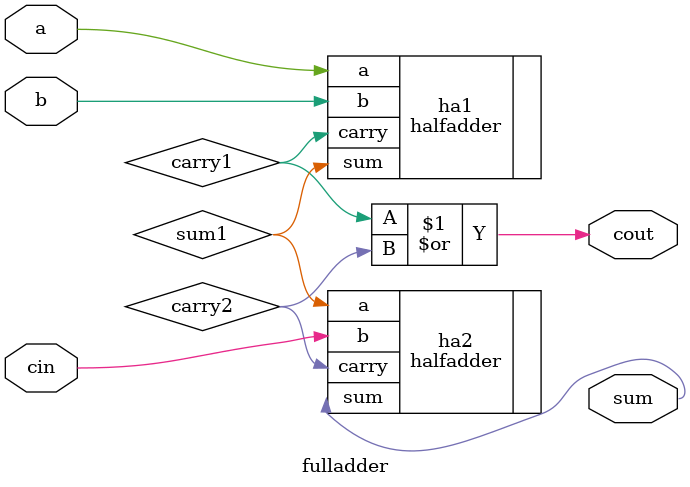
<source format=v>
module fulladder (
    input  wire a,
    input  wire b,
    input  wire cin,
    output wire sum,
    output wire cout
);

  wire sum1, carry1, carry2;

  halfadder ha1 (
      .a(a),
      .b(b),
      .sum(sum1),
      .carry(carry1)
  );

  halfadder ha2 (
      .a(sum1),
      .b(cin),
      .sum(sum),
      .carry(carry2)
  );

  assign cout = carry1 | carry2;

endmodule

</source>
